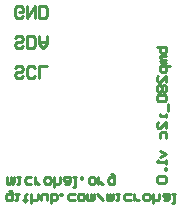
<source format=gbo>
G04 Layer_Color=13813960*
%FSLAX25Y25*%
%MOIN*%
G70*
G01*
G75*
%ADD15C,0.01000*%
D15*
X127666Y294168D02*
X126999Y293501D01*
X125666D01*
X125000Y294168D01*
Y294834D01*
X125666Y295501D01*
X126999D01*
X127666Y296167D01*
Y296834D01*
X126999Y297500D01*
X125666D01*
X125000Y296834D01*
X131665Y294168D02*
X130998Y293501D01*
X129665D01*
X128999Y294168D01*
Y296834D01*
X129665Y297500D01*
X130998D01*
X131665Y296834D01*
X132997Y293501D02*
Y297500D01*
X135663D01*
X127666Y304168D02*
X126999Y303501D01*
X125666D01*
X125000Y304168D01*
Y304834D01*
X125666Y305501D01*
X126999D01*
X127666Y306167D01*
Y306834D01*
X126999Y307500D01*
X125666D01*
X125000Y306834D01*
X128999Y303501D02*
Y307500D01*
X130998D01*
X131665Y306834D01*
Y304168D01*
X130998Y303501D01*
X128999D01*
X132997Y307500D02*
Y304834D01*
X134330Y303501D01*
X135663Y304834D01*
Y307500D01*
Y305501D01*
X132997D01*
X127666Y314168D02*
X126999Y313501D01*
X125666D01*
X125000Y314168D01*
Y316834D01*
X125666Y317500D01*
X126999D01*
X127666Y316834D01*
Y315501D01*
X126333D01*
X128999Y317500D02*
Y313501D01*
X131665Y317500D01*
Y313501D01*
X132997D02*
Y317500D01*
X134997D01*
X135663Y316834D01*
Y314168D01*
X134997Y313501D01*
X132997D01*
X172301Y304000D02*
X175500D01*
Y302400D01*
X174967Y301867D01*
X174434D01*
X173900D01*
X173367Y302400D01*
Y304000D01*
X175500Y300801D02*
X173367D01*
Y300268D01*
X173900Y299735D01*
X175500D01*
X173900D01*
X173367Y299201D01*
X173900Y298668D01*
X175500D01*
X176566Y297602D02*
X173367D01*
Y296003D01*
X173900Y295469D01*
X174967D01*
X175500Y296003D01*
Y297602D01*
Y292270D02*
Y294403D01*
X173367Y292270D01*
X172834D01*
X172301Y292804D01*
Y293870D01*
X172834Y294403D01*
Y291204D02*
X172301Y290671D01*
Y289605D01*
X172834Y289071D01*
X173367D01*
X173900Y289605D01*
X174434Y289071D01*
X174967D01*
X175500Y289605D01*
Y290671D01*
X174967Y291204D01*
X174434D01*
X173900Y290671D01*
X173367Y291204D01*
X172834D01*
X173900Y290671D02*
Y289605D01*
X172834Y288005D02*
X172301Y287472D01*
Y286406D01*
X172834Y285873D01*
X174967D01*
X175500Y286406D01*
Y287472D01*
X174967Y288005D01*
X172834D01*
X176033Y284806D02*
Y282674D01*
X175500Y281607D02*
Y280541D01*
Y281074D01*
X173367D01*
Y281607D01*
X175500Y276809D02*
Y278941D01*
X173367Y276809D01*
X172834D01*
X172301Y277342D01*
Y278408D01*
X172834Y278941D01*
X173367Y273610D02*
Y275209D01*
X173900Y275742D01*
X174967D01*
X175500Y275209D01*
Y273610D01*
X173367Y269344D02*
X175500Y268278D01*
X173367Y267212D01*
X175500Y266145D02*
Y265079D01*
Y265612D01*
X172301D01*
X172834Y266145D01*
X175500Y263480D02*
X174967D01*
Y262947D01*
X175500D01*
Y263480D01*
X172834Y260814D02*
X172301Y260281D01*
Y259214D01*
X172834Y258681D01*
X174967D01*
X175500Y259214D01*
Y260281D01*
X174967Y260814D01*
X172834D01*
X122500Y260500D02*
Y258367D01*
X123033D01*
X123566Y258900D01*
Y260500D01*
Y258900D01*
X124100Y258367D01*
X124633Y258900D01*
Y260500D01*
X125699D02*
X126765D01*
X126232D01*
Y258367D01*
X125699D01*
X130497D02*
X128898D01*
X128365Y258900D01*
Y259967D01*
X128898Y260500D01*
X130497D01*
X131564Y258367D02*
Y260500D01*
Y259434D01*
X132097Y258900D01*
X132630Y258367D01*
X133163D01*
X135296Y260500D02*
X136362D01*
X136895Y259967D01*
Y258900D01*
X136362Y258367D01*
X135296D01*
X134763Y258900D01*
Y259967D01*
X135296Y260500D01*
X137962Y257301D02*
Y260500D01*
Y258900D01*
X138495Y258367D01*
X139561D01*
X140094Y258900D01*
Y260500D01*
X141694Y258367D02*
X142760D01*
X143293Y258900D01*
Y260500D01*
X141694D01*
X141161Y259967D01*
X141694Y259434D01*
X143293D01*
X144360Y260500D02*
X145426D01*
X144893D01*
Y257301D01*
X144360D01*
X147025Y260500D02*
Y259967D01*
X147559D01*
Y260500D01*
X147025D01*
X150224D02*
X151291D01*
X151824Y259967D01*
Y258900D01*
X151291Y258367D01*
X150224D01*
X149691Y258900D01*
Y259967D01*
X150224Y260500D01*
X152890Y258367D02*
Y260500D01*
Y259434D01*
X153423Y258900D01*
X153956Y258367D01*
X154490D01*
X157156Y261566D02*
X157689D01*
X158222Y261033D01*
Y258367D01*
X156622D01*
X156089Y258900D01*
Y259967D01*
X156622Y260500D01*
X158222D01*
X123066Y256066D02*
X123600D01*
X124133Y255533D01*
Y252867D01*
X122533D01*
X122000Y253400D01*
Y254467D01*
X122533Y255000D01*
X124133D01*
X125199D02*
X126265D01*
X125732D01*
Y252867D01*
X125199D01*
X128398Y252334D02*
Y252867D01*
X127865D01*
X128931D01*
X128398D01*
Y254467D01*
X128931Y255000D01*
X130531Y251801D02*
Y255000D01*
Y253400D01*
X131064Y252867D01*
X132130D01*
X132663Y253400D01*
Y255000D01*
X133730Y252867D02*
Y254467D01*
X134263Y255000D01*
X135862D01*
Y252867D01*
X136928Y251801D02*
Y255000D01*
X138528D01*
X139061Y254467D01*
Y253934D01*
Y253400D01*
X138528Y252867D01*
X136928D01*
X140128Y255000D02*
Y254467D01*
X140661D01*
Y255000D01*
X140128D01*
X144926Y252867D02*
X143326D01*
X142793Y253400D01*
Y254467D01*
X143326Y255000D01*
X144926D01*
X146525D02*
X147592D01*
X148125Y254467D01*
Y253400D01*
X147592Y252867D01*
X146525D01*
X145992Y253400D01*
Y254467D01*
X146525Y255000D01*
X149191D02*
Y252867D01*
X149724D01*
X150258Y253400D01*
Y255000D01*
Y253400D01*
X150791Y252867D01*
X151324Y253400D01*
Y255000D01*
X152390D02*
X154523Y252867D01*
X155589Y255000D02*
Y252867D01*
X156122D01*
X156656Y253400D01*
Y255000D01*
Y253400D01*
X157189Y252867D01*
X157722Y253400D01*
Y255000D01*
X158788D02*
X159854D01*
X159321D01*
Y252867D01*
X158788D01*
X163587D02*
X161987D01*
X161454Y253400D01*
Y254467D01*
X161987Y255000D01*
X163587D01*
X164653Y252867D02*
Y255000D01*
Y253934D01*
X165186Y253400D01*
X165719Y252867D01*
X166252D01*
X168385Y255000D02*
X169451D01*
X169984Y254467D01*
Y253400D01*
X169451Y252867D01*
X168385D01*
X167852Y253400D01*
Y254467D01*
X168385Y255000D01*
X171051Y251801D02*
Y255000D01*
Y253400D01*
X171584Y252867D01*
X172650D01*
X173184Y253400D01*
Y255000D01*
X174783Y252867D02*
X175849D01*
X176382Y253400D01*
Y255000D01*
X174783D01*
X174250Y254467D01*
X174783Y253934D01*
X176382D01*
X177449Y255000D02*
X178515D01*
X177982D01*
Y251801D01*
X177449D01*
M02*

</source>
